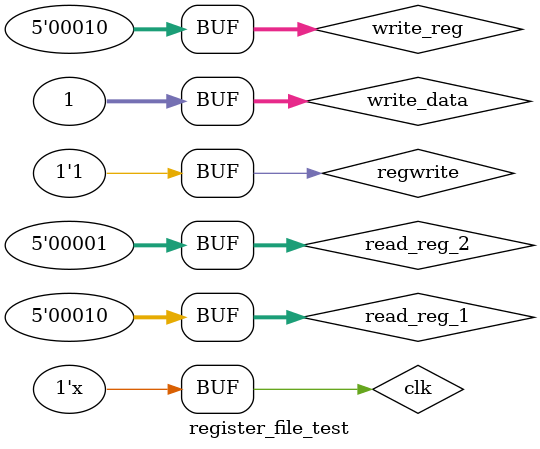
<source format=v>
`timescale 1ns / 1ps

module register_file_test;

	// Inputs
	reg clk;
	reg regwrite;
	reg [4:0] read_reg_1;
	reg [4:0] read_reg_2;
	reg [4:0] write_reg;
	reg [31:0] write_data;

	// Outputs
	wire [31:0] read_data_1;
	wire [31:0] read_data_2;

	// Instantiate the Unit Under Test (UUT)
	register_file uut (
		.clk(clk), 
		.regwrite(regwrite), 
		.read_reg_1(read_reg_1), 
		.read_reg_2(read_reg_2), 
		.write_reg(write_reg), 
		.write_data(write_data), 
		.read_data_1(read_data_1), 
		.read_data_2(read_data_2)
	);
	
	initial begin
		clk = 0;
	end
	always #5 clk = ~clk;

	initial begin
		// Initialize Inputs
		regwrite = 0;
		read_reg_1 = 0;
		read_reg_2 = 0;
		write_reg = 0;
		write_data = 0;

		// Wait 100 ns for global reset to finish
		#100;
        
		// Add stimulus here
		regwrite = 0;
		read_reg_1 = 0;
		read_reg_2 = 1;
		write_reg = 0;
		write_data = 1;
		#10;
		
		regwrite = 1;
		read_reg_1 = 2;
		read_reg_2 = 1;
		write_reg = 2;
		write_data = 1;
		#10;
		
		regwrite = 1;
		read_reg_1 = 2;
		read_reg_2 = 1;
		write_reg = 2;
		write_data = 1;
		#10;
		
		

	end
      
endmodule


</source>
